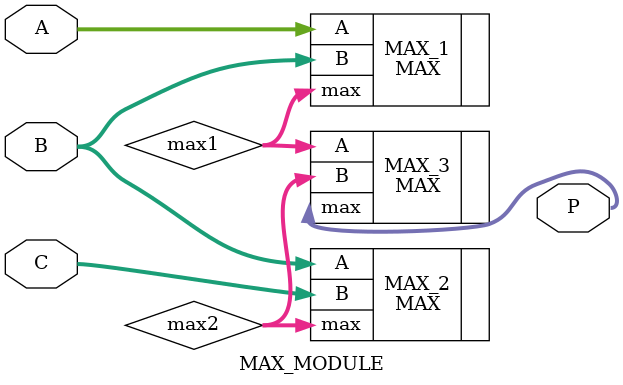
<source format=v>
module MAX_MODULE (
	input wire [7:0] A,
	input wire [7:0] B,
	input wire [7:0] C,
	output wire [7:0] P
);

	wire [7:0] max1;
	wire [7:0] max2;

	MAX MAX_1 (
		.A(A),
		.B(B),
		.max(max1)
	);

	MAX MAX_2 (
		.A(B),
		.B(C),
		.max(max2)
	);

	MAX MAX_3 (
		.A(max1),
		.B(max2),
		.max(P)
	);

endmodule
</source>
